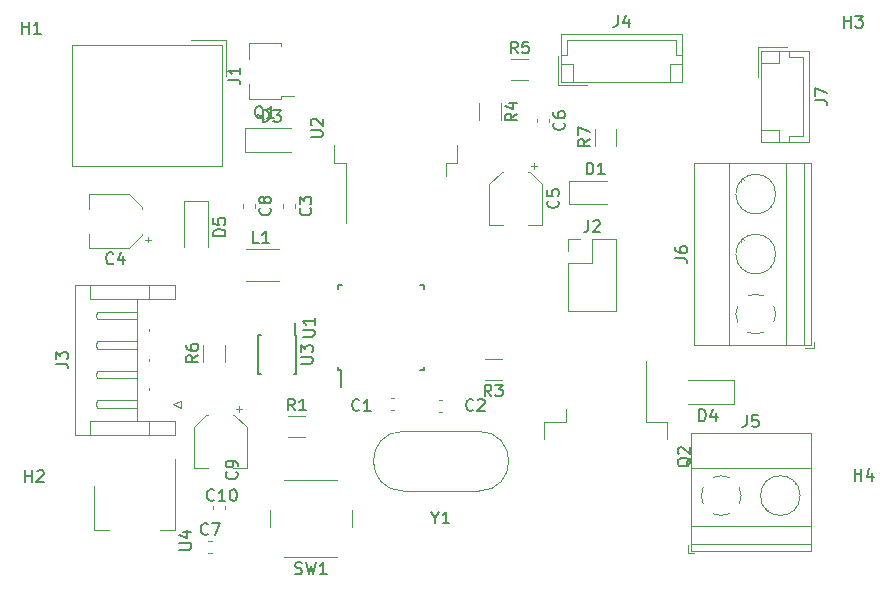
<source format=gbr>
%TF.GenerationSoftware,KiCad,Pcbnew,(5.1.8)-1*%
%TF.CreationDate,2021-08-28T19:56:38+01:00*%
%TF.ProjectId,OSC21,4f534332-312e-46b6-9963-61645f706362,rev?*%
%TF.SameCoordinates,Original*%
%TF.FileFunction,Legend,Top*%
%TF.FilePolarity,Positive*%
%FSLAX46Y46*%
G04 Gerber Fmt 4.6, Leading zero omitted, Abs format (unit mm)*
G04 Created by KiCad (PCBNEW (5.1.8)-1) date 2021-08-28 19:56:38*
%MOMM*%
%LPD*%
G01*
G04 APERTURE LIST*
%ADD10C,0.120000*%
%ADD11C,0.150000*%
G04 APERTURE END LIST*
D10*
%TO.C,D1*%
X154416000Y-91519500D02*
X151216000Y-91519500D01*
X151216000Y-93519500D02*
X154416000Y-93519500D01*
X151216000Y-93519500D02*
X151216000Y-91519500D01*
%TO.C,Y1*%
X137162000Y-117777500D02*
X143562000Y-117777500D01*
X137162000Y-112727500D02*
X143562000Y-112727500D01*
X143562000Y-117777500D02*
G75*
G03*
X143562000Y-112727500I0J2525000D01*
G01*
X137162000Y-117777500D02*
G75*
G02*
X137162000Y-112727500I0J2525000D01*
G01*
%TO.C,U4*%
X117837000Y-115089500D02*
X117837000Y-121099500D01*
X111017000Y-117339500D02*
X111017000Y-121099500D01*
X117837000Y-121099500D02*
X116577000Y-121099500D01*
X111017000Y-121099500D02*
X112277000Y-121099500D01*
D11*
%TO.C,U3*%
X127992000Y-104610500D02*
X127992000Y-103535500D01*
X124867000Y-104610500D02*
X124867000Y-107860500D01*
X128117000Y-104610500D02*
X128117000Y-107860500D01*
X124867000Y-104610500D02*
X125092000Y-104610500D01*
X124867000Y-107860500D02*
X125092000Y-107860500D01*
X128117000Y-107860500D02*
X127892000Y-107860500D01*
X128117000Y-104610500D02*
X127992000Y-104610500D01*
D10*
%TO.C,U2*%
X140775000Y-90008500D02*
X140775000Y-91108500D01*
X141725000Y-90008500D02*
X140775000Y-90008500D01*
X141725000Y-88508500D02*
X141725000Y-90008500D01*
X132275000Y-90008500D02*
X132275000Y-95133500D01*
X131325000Y-90008500D02*
X132275000Y-90008500D01*
X131325000Y-88508500D02*
X131325000Y-90008500D01*
D11*
%TO.C,U1*%
X131855000Y-107574500D02*
X131855000Y-108999500D01*
X131630000Y-100324500D02*
X131630000Y-100649500D01*
X138880000Y-100324500D02*
X138880000Y-100649500D01*
X138880000Y-107574500D02*
X138880000Y-107249500D01*
X131630000Y-107574500D02*
X131630000Y-107249500D01*
X138880000Y-107574500D02*
X138555000Y-107574500D01*
X138880000Y-100324500D02*
X138555000Y-100324500D01*
X131630000Y-100324500D02*
X131955000Y-100324500D01*
X131630000Y-107574500D02*
X131855000Y-107574500D01*
D10*
%TO.C,SW1*%
X125838000Y-119364500D02*
X125838000Y-120864500D01*
X127088000Y-123364500D02*
X131588000Y-123364500D01*
X132838000Y-120864500D02*
X132838000Y-119364500D01*
X131588000Y-116864500D02*
X127088000Y-116864500D01*
%TO.C,R7*%
X155215000Y-88547564D02*
X155215000Y-87093436D01*
X153395000Y-88547564D02*
X153395000Y-87093436D01*
%TO.C,R6*%
X122068000Y-106835564D02*
X122068000Y-105381436D01*
X120248000Y-106835564D02*
X120248000Y-105381436D01*
%TO.C,R5*%
X146277436Y-83015500D02*
X147731564Y-83015500D01*
X146277436Y-81195500D02*
X147731564Y-81195500D01*
%TO.C,R4*%
X143616000Y-84934436D02*
X143616000Y-86388564D01*
X145436000Y-84934436D02*
X145436000Y-86388564D01*
%TO.C,R3*%
X145507064Y-106595500D02*
X144052936Y-106595500D01*
X145507064Y-108415500D02*
X144052936Y-108415500D01*
%TO.C,R1*%
X127415936Y-113241500D02*
X128870064Y-113241500D01*
X127415936Y-111421500D02*
X128870064Y-111421500D01*
%TO.C,Q2*%
X150915000Y-111921500D02*
X150915000Y-110821500D01*
X149105000Y-111921500D02*
X150915000Y-111921500D01*
X149105000Y-113421500D02*
X149105000Y-111921500D01*
X157695000Y-111921500D02*
X157695000Y-106796500D01*
X159505000Y-111921500D02*
X157695000Y-111921500D01*
X159505000Y-113421500D02*
X159505000Y-111921500D01*
%TO.C,Q1*%
X126790000Y-79872500D02*
X126790000Y-80102500D01*
X126790000Y-84592500D02*
X126790000Y-84362500D01*
X126790000Y-84592500D02*
X124070000Y-84592500D01*
X124070000Y-84592500D02*
X124070000Y-83282500D01*
X127930000Y-84362500D02*
X126790000Y-84362500D01*
X124070000Y-79872500D02*
X126790000Y-79872500D01*
X124070000Y-81182500D02*
X124070000Y-79872500D01*
%TO.C,L1*%
X123819936Y-99975500D02*
X126624064Y-99975500D01*
X123819936Y-97255500D02*
X126624064Y-97255500D01*
%TO.C,J7*%
X167189000Y-80211500D02*
X167189000Y-82711500D01*
X169689000Y-80211500D02*
X167189000Y-80211500D01*
X168989000Y-87231500D02*
X167489000Y-87231500D01*
X168989000Y-88231500D02*
X168989000Y-87231500D01*
X168989000Y-81511500D02*
X167489000Y-81511500D01*
X168989000Y-80511500D02*
X168989000Y-81511500D01*
X169799000Y-87731500D02*
X169799000Y-88231500D01*
X171009000Y-87731500D02*
X169799000Y-87731500D01*
X171009000Y-81011500D02*
X171009000Y-87731500D01*
X169799000Y-81011500D02*
X171009000Y-81011500D01*
X169799000Y-80511500D02*
X169799000Y-81011500D01*
X171509000Y-88231500D02*
X171509000Y-80511500D01*
X167489000Y-88231500D02*
X171509000Y-88231500D01*
X167489000Y-80511500D02*
X167489000Y-88231500D01*
X171509000Y-80511500D02*
X167489000Y-80511500D01*
%TO.C,J6*%
X171905000Y-105646500D02*
X171905000Y-105146500D01*
X171165000Y-105646500D02*
X171905000Y-105646500D01*
X168028000Y-93873500D02*
X168074000Y-93920500D01*
X165730000Y-91576500D02*
X165766000Y-91611500D01*
X168244000Y-93680500D02*
X168279000Y-93715500D01*
X165936000Y-91371500D02*
X165982000Y-91418500D01*
X168028000Y-98953500D02*
X168074000Y-99000500D01*
X165730000Y-96656500D02*
X165766000Y-96691500D01*
X168244000Y-98760500D02*
X168279000Y-98795500D01*
X165936000Y-96451500D02*
X165982000Y-96498500D01*
X161744000Y-90046500D02*
X171665000Y-90046500D01*
X161744000Y-105406500D02*
X171665000Y-105406500D01*
X171665000Y-105406500D02*
X171665000Y-90046500D01*
X161744000Y-105406500D02*
X161744000Y-90046500D01*
X164704000Y-105406500D02*
X164704000Y-90046500D01*
X169605000Y-105406500D02*
X169605000Y-90046500D01*
X171105000Y-105406500D02*
X171105000Y-90046500D01*
X168685000Y-92646500D02*
G75*
G03*
X168685000Y-92646500I-1680000J0D01*
G01*
X168685000Y-97726500D02*
G75*
G03*
X168685000Y-97726500I-1680000J0D01*
G01*
X168685253Y-102777695D02*
G75*
G02*
X168540000Y-103490500I-1680253J-28805D01*
G01*
X167688042Y-104341926D02*
G75*
G02*
X166321000Y-104341500I-683042J1535426D01*
G01*
X165469574Y-103489542D02*
G75*
G02*
X165470000Y-102122500I1535426J683042D01*
G01*
X166321958Y-101271074D02*
G75*
G02*
X167689000Y-101271500I683042J-1535426D01*
G01*
X168539756Y-102123182D02*
G75*
G02*
X168685000Y-102806500I-1534756J-683318D01*
G01*
%TO.C,J5*%
X161284000Y-123073500D02*
X161784000Y-123073500D01*
X161284000Y-122333500D02*
X161284000Y-123073500D01*
X167857000Y-119196500D02*
X167810000Y-119242500D01*
X170154000Y-116898500D02*
X170119000Y-116934500D01*
X168050000Y-119412500D02*
X168015000Y-119447500D01*
X170359000Y-117104500D02*
X170312000Y-117150500D01*
X171644000Y-112912500D02*
X171644000Y-122833500D01*
X161524000Y-112912500D02*
X161524000Y-122833500D01*
X161524000Y-122833500D02*
X171644000Y-122833500D01*
X161524000Y-112912500D02*
X171644000Y-112912500D01*
X161524000Y-115872500D02*
X171644000Y-115872500D01*
X161524000Y-120773500D02*
X171644000Y-120773500D01*
X161524000Y-122273500D02*
X171644000Y-122273500D01*
X170764000Y-118173500D02*
G75*
G03*
X170764000Y-118173500I-1680000J0D01*
G01*
X164112805Y-119853753D02*
G75*
G02*
X163400000Y-119708500I-28805J1680253D01*
G01*
X162548574Y-118856542D02*
G75*
G02*
X162549000Y-117489500I1535426J683042D01*
G01*
X163400958Y-116638074D02*
G75*
G02*
X164768000Y-116638500I683042J-1535426D01*
G01*
X165619426Y-117490458D02*
G75*
G02*
X165619000Y-118857500I-1535426J-683042D01*
G01*
X164767318Y-119708256D02*
G75*
G02*
X164084000Y-119853500I-683318J1534756D01*
G01*
%TO.C,J4*%
X150252000Y-83445500D02*
X152752000Y-83445500D01*
X150252000Y-80945500D02*
X150252000Y-83445500D01*
X159772000Y-81645500D02*
X159772000Y-83145500D01*
X160772000Y-81645500D02*
X159772000Y-81645500D01*
X151552000Y-81645500D02*
X151552000Y-83145500D01*
X150552000Y-81645500D02*
X151552000Y-81645500D01*
X160272000Y-80835500D02*
X160772000Y-80835500D01*
X160272000Y-79625500D02*
X160272000Y-80835500D01*
X151052000Y-79625500D02*
X160272000Y-79625500D01*
X151052000Y-80835500D02*
X151052000Y-79625500D01*
X150552000Y-80835500D02*
X151052000Y-80835500D01*
X160772000Y-79125500D02*
X150552000Y-79125500D01*
X160772000Y-83145500D02*
X160772000Y-79125500D01*
X150552000Y-83145500D02*
X160772000Y-83145500D01*
X150552000Y-79125500D02*
X150552000Y-83145500D01*
%TO.C,J3*%
X118305000Y-110126500D02*
X117705000Y-110426500D01*
X118305000Y-110726500D02*
X118305000Y-110126500D01*
X117705000Y-110426500D02*
X118305000Y-110726500D01*
X114615000Y-102606500D02*
X114615000Y-102926500D01*
X111195000Y-102606500D02*
X114615000Y-102606500D01*
X111115000Y-102926500D02*
X111195000Y-102606500D01*
X111195000Y-103246500D02*
X111115000Y-102926500D01*
X114615000Y-103246500D02*
X111195000Y-103246500D01*
X114615000Y-102926500D02*
X114615000Y-103246500D01*
X115615000Y-104256500D02*
X115615000Y-104096500D01*
X114615000Y-105106500D02*
X114615000Y-105426500D01*
X111195000Y-105106500D02*
X114615000Y-105106500D01*
X111115000Y-105426500D02*
X111195000Y-105106500D01*
X111195000Y-105746500D02*
X111115000Y-105426500D01*
X114615000Y-105746500D02*
X111195000Y-105746500D01*
X114615000Y-105426500D02*
X114615000Y-105746500D01*
X115615000Y-106756500D02*
X115615000Y-106596500D01*
X114615000Y-107606500D02*
X114615000Y-107926500D01*
X111195000Y-107606500D02*
X114615000Y-107606500D01*
X111115000Y-107926500D02*
X111195000Y-107606500D01*
X111195000Y-108246500D02*
X111115000Y-107926500D01*
X114615000Y-108246500D02*
X111195000Y-108246500D01*
X114615000Y-107926500D02*
X114615000Y-108246500D01*
X115615000Y-109256500D02*
X115615000Y-109096500D01*
X114615000Y-110106500D02*
X114615000Y-110426500D01*
X111195000Y-110106500D02*
X114615000Y-110106500D01*
X111115000Y-110426500D02*
X111195000Y-110106500D01*
X111195000Y-110746500D02*
X111115000Y-110426500D01*
X114615000Y-110746500D02*
X111195000Y-110746500D01*
X114615000Y-110426500D02*
X114615000Y-110746500D01*
X114615000Y-111816500D02*
X114615000Y-101536500D01*
X115615000Y-101536500D02*
X115615000Y-100316500D01*
X110615000Y-101536500D02*
X115615000Y-101536500D01*
X110615000Y-100316500D02*
X110615000Y-101536500D01*
X115615000Y-111816500D02*
X115615000Y-113036500D01*
X110615000Y-111816500D02*
X115615000Y-111816500D01*
X110615000Y-113036500D02*
X110615000Y-111816500D01*
X117815000Y-101536500D02*
X115615000Y-101536500D01*
X117815000Y-100316500D02*
X117815000Y-101536500D01*
X109395000Y-100316500D02*
X117815000Y-100316500D01*
X109395000Y-113036500D02*
X109395000Y-100316500D01*
X117815000Y-113036500D02*
X109395000Y-113036500D01*
X117815000Y-111816500D02*
X117815000Y-113036500D01*
X115615000Y-111816500D02*
X117815000Y-111816500D01*
%TO.C,J2*%
X151086000Y-96412500D02*
X152146000Y-96412500D01*
X151086000Y-97472500D02*
X151086000Y-96412500D01*
X153146000Y-96412500D02*
X155206000Y-96412500D01*
X153146000Y-98472500D02*
X153146000Y-96412500D01*
X151086000Y-98472500D02*
X153146000Y-98472500D01*
X155206000Y-96412500D02*
X155206000Y-102532500D01*
X151086000Y-98472500D02*
X151086000Y-102532500D01*
X151086000Y-102532500D02*
X155206000Y-102532500D01*
%TO.C,J1*%
X121817000Y-79993500D02*
X109077000Y-79993500D01*
X109077000Y-79993500D02*
X109077000Y-90233500D01*
X121817000Y-90233500D02*
X109077000Y-90233500D01*
X121817000Y-79993500D02*
X121817000Y-90233500D01*
X121817000Y-79993500D02*
X109077000Y-79993500D01*
X109077000Y-79993500D02*
X109077000Y-90233500D01*
X121817000Y-90233500D02*
X109077000Y-90233500D01*
X121817000Y-79993500D02*
X121817000Y-90233500D01*
X122197000Y-79613500D02*
X122197000Y-82613500D01*
X119197000Y-79613500D02*
X122197000Y-79613500D01*
%TO.C,D5*%
X120634000Y-93190500D02*
X120634000Y-97090500D01*
X118634000Y-93190500D02*
X118634000Y-97090500D01*
X120634000Y-93190500D02*
X118634000Y-93190500D01*
%TO.C,D4*%
X165192000Y-110410500D02*
X161292000Y-110410500D01*
X165192000Y-108410500D02*
X161292000Y-108410500D01*
X165192000Y-110410500D02*
X165192000Y-108410500D01*
%TO.C,D3*%
X123734000Y-87074500D02*
X127634000Y-87074500D01*
X123734000Y-89074500D02*
X127634000Y-89074500D01*
X123734000Y-87074500D02*
X123734000Y-89074500D01*
%TO.C,C10*%
X123476000Y-110851500D02*
X122976000Y-110851500D01*
X123226000Y-110601500D02*
X123226000Y-111101500D01*
X120470437Y-111341500D02*
X119406000Y-112405937D01*
X122861563Y-111341500D02*
X123926000Y-112405937D01*
X122861563Y-111341500D02*
X122726000Y-111341500D01*
X120470437Y-111341500D02*
X120606000Y-111341500D01*
X119406000Y-112405937D02*
X119406000Y-115861500D01*
X123926000Y-112405937D02*
X123926000Y-115861500D01*
X123926000Y-115861500D02*
X122726000Y-115861500D01*
X119406000Y-115861500D02*
X120606000Y-115861500D01*
%TO.C,C9*%
X122049000Y-119330080D02*
X122049000Y-119048920D01*
X121029000Y-119330080D02*
X121029000Y-119048920D01*
%TO.C,C8*%
X123569000Y-93508920D02*
X123569000Y-93790080D01*
X124589000Y-93508920D02*
X124589000Y-93790080D01*
%TO.C,C7*%
X120649420Y-123001500D02*
X120930580Y-123001500D01*
X120649420Y-121981500D02*
X120930580Y-121981500D01*
%TO.C,C6*%
X148461000Y-86282920D02*
X148461000Y-86564080D01*
X149481000Y-86282920D02*
X149481000Y-86564080D01*
%TO.C,C5*%
X148495000Y-90277500D02*
X147995000Y-90277500D01*
X148245000Y-90027500D02*
X148245000Y-90527500D01*
X145489437Y-90767500D02*
X144425000Y-91831937D01*
X147880563Y-90767500D02*
X148945000Y-91831937D01*
X147880563Y-90767500D02*
X147745000Y-90767500D01*
X145489437Y-90767500D02*
X145625000Y-90767500D01*
X144425000Y-91831937D02*
X144425000Y-95287500D01*
X148945000Y-91831937D02*
X148945000Y-95287500D01*
X148945000Y-95287500D02*
X147745000Y-95287500D01*
X144425000Y-95287500D02*
X145625000Y-95287500D01*
%TO.C,C4*%
X115526000Y-96742500D02*
X115526000Y-96242500D01*
X115776000Y-96492500D02*
X115276000Y-96492500D01*
X115036000Y-93736937D02*
X113971563Y-92672500D01*
X115036000Y-96128063D02*
X113971563Y-97192500D01*
X115036000Y-96128063D02*
X115036000Y-95992500D01*
X115036000Y-93736937D02*
X115036000Y-93872500D01*
X113971563Y-92672500D02*
X110516000Y-92672500D01*
X113971563Y-97192500D02*
X110516000Y-97192500D01*
X110516000Y-97192500D02*
X110516000Y-95992500D01*
X110516000Y-92672500D02*
X110516000Y-93872500D01*
%TO.C,C3*%
X126998000Y-93521920D02*
X126998000Y-93803080D01*
X128018000Y-93521920D02*
X128018000Y-93803080D01*
%TO.C,C2*%
X140194420Y-111063500D02*
X140475580Y-111063500D01*
X140194420Y-110043500D02*
X140475580Y-110043500D01*
%TO.C,C1*%
X136411580Y-109916500D02*
X136130420Y-109916500D01*
X136411580Y-110936500D02*
X136130420Y-110936500D01*
%TO.C,H4*%
D11*
X175387095Y-116903880D02*
X175387095Y-115903880D01*
X175387095Y-116380071D02*
X175958523Y-116380071D01*
X175958523Y-116903880D02*
X175958523Y-115903880D01*
X176863285Y-116237214D02*
X176863285Y-116903880D01*
X176625190Y-115856261D02*
X176387095Y-116570547D01*
X177006142Y-116570547D01*
%TO.C,H3*%
X174498095Y-78549880D02*
X174498095Y-77549880D01*
X174498095Y-78026071D02*
X175069523Y-78026071D01*
X175069523Y-78549880D02*
X175069523Y-77549880D01*
X175450476Y-77549880D02*
X176069523Y-77549880D01*
X175736190Y-77930833D01*
X175879047Y-77930833D01*
X175974285Y-77978452D01*
X176021904Y-78026071D01*
X176069523Y-78121309D01*
X176069523Y-78359404D01*
X176021904Y-78454642D01*
X175974285Y-78502261D01*
X175879047Y-78549880D01*
X175593333Y-78549880D01*
X175498095Y-78502261D01*
X175450476Y-78454642D01*
%TO.C,H2*%
X105156095Y-117030880D02*
X105156095Y-116030880D01*
X105156095Y-116507071D02*
X105727523Y-116507071D01*
X105727523Y-117030880D02*
X105727523Y-116030880D01*
X106156095Y-116126119D02*
X106203714Y-116078500D01*
X106298952Y-116030880D01*
X106537047Y-116030880D01*
X106632285Y-116078500D01*
X106679904Y-116126119D01*
X106727523Y-116221357D01*
X106727523Y-116316595D01*
X106679904Y-116459452D01*
X106108476Y-117030880D01*
X106727523Y-117030880D01*
%TO.C,H1*%
X104902095Y-79057880D02*
X104902095Y-78057880D01*
X104902095Y-78534071D02*
X105473523Y-78534071D01*
X105473523Y-79057880D02*
X105473523Y-78057880D01*
X106473523Y-79057880D02*
X105902095Y-79057880D01*
X106187809Y-79057880D02*
X106187809Y-78057880D01*
X106092571Y-78200738D01*
X105997333Y-78295976D01*
X105902095Y-78343595D01*
%TO.C,D1*%
X152677904Y-90971880D02*
X152677904Y-89971880D01*
X152916000Y-89971880D01*
X153058857Y-90019500D01*
X153154095Y-90114738D01*
X153201714Y-90209976D01*
X153249333Y-90400452D01*
X153249333Y-90543309D01*
X153201714Y-90733785D01*
X153154095Y-90829023D01*
X153058857Y-90924261D01*
X152916000Y-90971880D01*
X152677904Y-90971880D01*
X154201714Y-90971880D02*
X153630285Y-90971880D01*
X153916000Y-90971880D02*
X153916000Y-89971880D01*
X153820761Y-90114738D01*
X153725523Y-90209976D01*
X153630285Y-90257595D01*
%TO.C,Y1*%
X139885809Y-120054690D02*
X139885809Y-120530880D01*
X139552476Y-119530880D02*
X139885809Y-120054690D01*
X140219142Y-119530880D01*
X141076285Y-120530880D02*
X140504857Y-120530880D01*
X140790571Y-120530880D02*
X140790571Y-119530880D01*
X140695333Y-119673738D01*
X140600095Y-119768976D01*
X140504857Y-119816595D01*
%TO.C,U4*%
X118197380Y-122745404D02*
X119006904Y-122745404D01*
X119102142Y-122697785D01*
X119149761Y-122650166D01*
X119197380Y-122554928D01*
X119197380Y-122364452D01*
X119149761Y-122269214D01*
X119102142Y-122221595D01*
X119006904Y-122173976D01*
X118197380Y-122173976D01*
X118530714Y-121269214D02*
X119197380Y-121269214D01*
X118149761Y-121507309D02*
X118864047Y-121745404D01*
X118864047Y-121126357D01*
%TO.C,U3*%
X128494380Y-106997404D02*
X129303904Y-106997404D01*
X129399142Y-106949785D01*
X129446761Y-106902166D01*
X129494380Y-106806928D01*
X129494380Y-106616452D01*
X129446761Y-106521214D01*
X129399142Y-106473595D01*
X129303904Y-106425976D01*
X128494380Y-106425976D01*
X128494380Y-106045023D02*
X128494380Y-105425976D01*
X128875333Y-105759309D01*
X128875333Y-105616452D01*
X128922952Y-105521214D01*
X128970571Y-105473595D01*
X129065809Y-105425976D01*
X129303904Y-105425976D01*
X129399142Y-105473595D01*
X129446761Y-105521214D01*
X129494380Y-105616452D01*
X129494380Y-105902166D01*
X129446761Y-105997404D01*
X129399142Y-106045023D01*
%TO.C,U2*%
X129327380Y-87820404D02*
X130136904Y-87820404D01*
X130232142Y-87772785D01*
X130279761Y-87725166D01*
X130327380Y-87629928D01*
X130327380Y-87439452D01*
X130279761Y-87344214D01*
X130232142Y-87296595D01*
X130136904Y-87248976D01*
X129327380Y-87248976D01*
X129422619Y-86820404D02*
X129375000Y-86772785D01*
X129327380Y-86677547D01*
X129327380Y-86439452D01*
X129375000Y-86344214D01*
X129422619Y-86296595D01*
X129517857Y-86248976D01*
X129613095Y-86248976D01*
X129755952Y-86296595D01*
X130327380Y-86868023D01*
X130327380Y-86248976D01*
%TO.C,U1*%
X128657380Y-104711404D02*
X129466904Y-104711404D01*
X129562142Y-104663785D01*
X129609761Y-104616166D01*
X129657380Y-104520928D01*
X129657380Y-104330452D01*
X129609761Y-104235214D01*
X129562142Y-104187595D01*
X129466904Y-104139976D01*
X128657380Y-104139976D01*
X129657380Y-103139976D02*
X129657380Y-103711404D01*
X129657380Y-103425690D02*
X128657380Y-103425690D01*
X128800238Y-103520928D01*
X128895476Y-103616166D01*
X128943095Y-103711404D01*
%TO.C,SW1*%
X128004666Y-124769261D02*
X128147523Y-124816880D01*
X128385619Y-124816880D01*
X128480857Y-124769261D01*
X128528476Y-124721642D01*
X128576095Y-124626404D01*
X128576095Y-124531166D01*
X128528476Y-124435928D01*
X128480857Y-124388309D01*
X128385619Y-124340690D01*
X128195142Y-124293071D01*
X128099904Y-124245452D01*
X128052285Y-124197833D01*
X128004666Y-124102595D01*
X128004666Y-124007357D01*
X128052285Y-123912119D01*
X128099904Y-123864500D01*
X128195142Y-123816880D01*
X128433238Y-123816880D01*
X128576095Y-123864500D01*
X128909428Y-123816880D02*
X129147523Y-124816880D01*
X129338000Y-124102595D01*
X129528476Y-124816880D01*
X129766571Y-123816880D01*
X130671333Y-124816880D02*
X130099904Y-124816880D01*
X130385619Y-124816880D02*
X130385619Y-123816880D01*
X130290380Y-123959738D01*
X130195142Y-124054976D01*
X130099904Y-124102595D01*
%TO.C,R7*%
X152937380Y-87987166D02*
X152461190Y-88320500D01*
X152937380Y-88558595D02*
X151937380Y-88558595D01*
X151937380Y-88177642D01*
X151985000Y-88082404D01*
X152032619Y-88034785D01*
X152127857Y-87987166D01*
X152270714Y-87987166D01*
X152365952Y-88034785D01*
X152413571Y-88082404D01*
X152461190Y-88177642D01*
X152461190Y-88558595D01*
X151937380Y-87653833D02*
X151937380Y-86987166D01*
X152937380Y-87415738D01*
%TO.C,R6*%
X119790380Y-106275166D02*
X119314190Y-106608500D01*
X119790380Y-106846595D02*
X118790380Y-106846595D01*
X118790380Y-106465642D01*
X118838000Y-106370404D01*
X118885619Y-106322785D01*
X118980857Y-106275166D01*
X119123714Y-106275166D01*
X119218952Y-106322785D01*
X119266571Y-106370404D01*
X119314190Y-106465642D01*
X119314190Y-106846595D01*
X118790380Y-105418023D02*
X118790380Y-105608500D01*
X118838000Y-105703738D01*
X118885619Y-105751357D01*
X119028476Y-105846595D01*
X119218952Y-105894214D01*
X119599904Y-105894214D01*
X119695142Y-105846595D01*
X119742761Y-105798976D01*
X119790380Y-105703738D01*
X119790380Y-105513261D01*
X119742761Y-105418023D01*
X119695142Y-105370404D01*
X119599904Y-105322785D01*
X119361809Y-105322785D01*
X119266571Y-105370404D01*
X119218952Y-105418023D01*
X119171333Y-105513261D01*
X119171333Y-105703738D01*
X119218952Y-105798976D01*
X119266571Y-105846595D01*
X119361809Y-105894214D01*
%TO.C,R5*%
X146837833Y-80737880D02*
X146504500Y-80261690D01*
X146266404Y-80737880D02*
X146266404Y-79737880D01*
X146647357Y-79737880D01*
X146742595Y-79785500D01*
X146790214Y-79833119D01*
X146837833Y-79928357D01*
X146837833Y-80071214D01*
X146790214Y-80166452D01*
X146742595Y-80214071D01*
X146647357Y-80261690D01*
X146266404Y-80261690D01*
X147742595Y-79737880D02*
X147266404Y-79737880D01*
X147218785Y-80214071D01*
X147266404Y-80166452D01*
X147361642Y-80118833D01*
X147599738Y-80118833D01*
X147694976Y-80166452D01*
X147742595Y-80214071D01*
X147790214Y-80309309D01*
X147790214Y-80547404D01*
X147742595Y-80642642D01*
X147694976Y-80690261D01*
X147599738Y-80737880D01*
X147361642Y-80737880D01*
X147266404Y-80690261D01*
X147218785Y-80642642D01*
%TO.C,R4*%
X146798380Y-85828166D02*
X146322190Y-86161500D01*
X146798380Y-86399595D02*
X145798380Y-86399595D01*
X145798380Y-86018642D01*
X145846000Y-85923404D01*
X145893619Y-85875785D01*
X145988857Y-85828166D01*
X146131714Y-85828166D01*
X146226952Y-85875785D01*
X146274571Y-85923404D01*
X146322190Y-86018642D01*
X146322190Y-86399595D01*
X146131714Y-84971023D02*
X146798380Y-84971023D01*
X145750761Y-85209119D02*
X146465047Y-85447214D01*
X146465047Y-84828166D01*
%TO.C,R3*%
X144613333Y-109777880D02*
X144280000Y-109301690D01*
X144041904Y-109777880D02*
X144041904Y-108777880D01*
X144422857Y-108777880D01*
X144518095Y-108825500D01*
X144565714Y-108873119D01*
X144613333Y-108968357D01*
X144613333Y-109111214D01*
X144565714Y-109206452D01*
X144518095Y-109254071D01*
X144422857Y-109301690D01*
X144041904Y-109301690D01*
X144946666Y-108777880D02*
X145565714Y-108777880D01*
X145232380Y-109158833D01*
X145375238Y-109158833D01*
X145470476Y-109206452D01*
X145518095Y-109254071D01*
X145565714Y-109349309D01*
X145565714Y-109587404D01*
X145518095Y-109682642D01*
X145470476Y-109730261D01*
X145375238Y-109777880D01*
X145089523Y-109777880D01*
X144994285Y-109730261D01*
X144946666Y-109682642D01*
%TO.C,R1*%
X127976333Y-110963880D02*
X127643000Y-110487690D01*
X127404904Y-110963880D02*
X127404904Y-109963880D01*
X127785857Y-109963880D01*
X127881095Y-110011500D01*
X127928714Y-110059119D01*
X127976333Y-110154357D01*
X127976333Y-110297214D01*
X127928714Y-110392452D01*
X127881095Y-110440071D01*
X127785857Y-110487690D01*
X127404904Y-110487690D01*
X128928714Y-110963880D02*
X128357285Y-110963880D01*
X128643000Y-110963880D02*
X128643000Y-109963880D01*
X128547761Y-110106738D01*
X128452523Y-110201976D01*
X128357285Y-110249595D01*
%TO.C,Q2*%
X161502619Y-114966738D02*
X161455000Y-115061976D01*
X161359761Y-115157214D01*
X161216904Y-115300071D01*
X161169285Y-115395309D01*
X161169285Y-115490547D01*
X161407380Y-115442928D02*
X161359761Y-115538166D01*
X161264523Y-115633404D01*
X161074047Y-115681023D01*
X160740714Y-115681023D01*
X160550238Y-115633404D01*
X160455000Y-115538166D01*
X160407380Y-115442928D01*
X160407380Y-115252452D01*
X160455000Y-115157214D01*
X160550238Y-115061976D01*
X160740714Y-115014357D01*
X161074047Y-115014357D01*
X161264523Y-115061976D01*
X161359761Y-115157214D01*
X161407380Y-115252452D01*
X161407380Y-115442928D01*
X160502619Y-114633404D02*
X160455000Y-114585785D01*
X160407380Y-114490547D01*
X160407380Y-114252452D01*
X160455000Y-114157214D01*
X160502619Y-114109595D01*
X160597857Y-114061976D01*
X160693095Y-114061976D01*
X160835952Y-114109595D01*
X161407380Y-114681023D01*
X161407380Y-114061976D01*
%TO.C,Q1*%
X125334761Y-86280119D02*
X125239523Y-86232500D01*
X125144285Y-86137261D01*
X125001428Y-85994404D01*
X124906190Y-85946785D01*
X124810952Y-85946785D01*
X124858571Y-86184880D02*
X124763333Y-86137261D01*
X124668095Y-86042023D01*
X124620476Y-85851547D01*
X124620476Y-85518214D01*
X124668095Y-85327738D01*
X124763333Y-85232500D01*
X124858571Y-85184880D01*
X125049047Y-85184880D01*
X125144285Y-85232500D01*
X125239523Y-85327738D01*
X125287142Y-85518214D01*
X125287142Y-85851547D01*
X125239523Y-86042023D01*
X125144285Y-86137261D01*
X125049047Y-86184880D01*
X124858571Y-86184880D01*
X126239523Y-86184880D02*
X125668095Y-86184880D01*
X125953809Y-86184880D02*
X125953809Y-85184880D01*
X125858571Y-85327738D01*
X125763333Y-85422976D01*
X125668095Y-85470595D01*
%TO.C,L1*%
X124928333Y-96781880D02*
X124452142Y-96781880D01*
X124452142Y-95781880D01*
X125785476Y-96781880D02*
X125214047Y-96781880D01*
X125499761Y-96781880D02*
X125499761Y-95781880D01*
X125404523Y-95924738D01*
X125309285Y-96019976D01*
X125214047Y-96067595D01*
%TO.C,J7*%
X172051380Y-84704833D02*
X172765666Y-84704833D01*
X172908523Y-84752452D01*
X173003761Y-84847690D01*
X173051380Y-84990547D01*
X173051380Y-85085785D01*
X172051380Y-84323880D02*
X172051380Y-83657214D01*
X173051380Y-84085785D01*
%TO.C,J6*%
X160197380Y-98059833D02*
X160911666Y-98059833D01*
X161054523Y-98107452D01*
X161149761Y-98202690D01*
X161197380Y-98345547D01*
X161197380Y-98440785D01*
X160197380Y-97155071D02*
X160197380Y-97345547D01*
X160245000Y-97440785D01*
X160292619Y-97488404D01*
X160435476Y-97583642D01*
X160625952Y-97631261D01*
X161006904Y-97631261D01*
X161102142Y-97583642D01*
X161149761Y-97536023D01*
X161197380Y-97440785D01*
X161197380Y-97250309D01*
X161149761Y-97155071D01*
X161102142Y-97107452D01*
X161006904Y-97059833D01*
X160768809Y-97059833D01*
X160673571Y-97107452D01*
X160625952Y-97155071D01*
X160578333Y-97250309D01*
X160578333Y-97440785D01*
X160625952Y-97536023D01*
X160673571Y-97583642D01*
X160768809Y-97631261D01*
%TO.C,J5*%
X166250666Y-111365880D02*
X166250666Y-112080166D01*
X166203047Y-112223023D01*
X166107809Y-112318261D01*
X165964952Y-112365880D01*
X165869714Y-112365880D01*
X167203047Y-111365880D02*
X166726857Y-111365880D01*
X166679238Y-111842071D01*
X166726857Y-111794452D01*
X166822095Y-111746833D01*
X167060190Y-111746833D01*
X167155428Y-111794452D01*
X167203047Y-111842071D01*
X167250666Y-111937309D01*
X167250666Y-112175404D01*
X167203047Y-112270642D01*
X167155428Y-112318261D01*
X167060190Y-112365880D01*
X166822095Y-112365880D01*
X166726857Y-112318261D01*
X166679238Y-112270642D01*
%TO.C,J4*%
X155328666Y-77487880D02*
X155328666Y-78202166D01*
X155281047Y-78345023D01*
X155185809Y-78440261D01*
X155042952Y-78487880D01*
X154947714Y-78487880D01*
X156233428Y-77821214D02*
X156233428Y-78487880D01*
X155995333Y-77440261D02*
X155757238Y-78154547D01*
X156376285Y-78154547D01*
%TO.C,J3*%
X107757380Y-107009833D02*
X108471666Y-107009833D01*
X108614523Y-107057452D01*
X108709761Y-107152690D01*
X108757380Y-107295547D01*
X108757380Y-107390785D01*
X107757380Y-106628880D02*
X107757380Y-106009833D01*
X108138333Y-106343166D01*
X108138333Y-106200309D01*
X108185952Y-106105071D01*
X108233571Y-106057452D01*
X108328809Y-106009833D01*
X108566904Y-106009833D01*
X108662142Y-106057452D01*
X108709761Y-106105071D01*
X108757380Y-106200309D01*
X108757380Y-106486023D01*
X108709761Y-106581261D01*
X108662142Y-106628880D01*
%TO.C,J2*%
X152812666Y-94864880D02*
X152812666Y-95579166D01*
X152765047Y-95722023D01*
X152669809Y-95817261D01*
X152526952Y-95864880D01*
X152431714Y-95864880D01*
X153241238Y-94960119D02*
X153288857Y-94912500D01*
X153384095Y-94864880D01*
X153622190Y-94864880D01*
X153717428Y-94912500D01*
X153765047Y-94960119D01*
X153812666Y-95055357D01*
X153812666Y-95150595D01*
X153765047Y-95293452D01*
X153193619Y-95864880D01*
X153812666Y-95864880D01*
%TO.C,J1*%
X122349380Y-82946833D02*
X123063666Y-82946833D01*
X123206523Y-82994452D01*
X123301761Y-83089690D01*
X123349380Y-83232547D01*
X123349380Y-83327785D01*
X123349380Y-81946833D02*
X123349380Y-82518261D01*
X123349380Y-82232547D02*
X122349380Y-82232547D01*
X122492238Y-82327785D01*
X122587476Y-82423023D01*
X122635095Y-82518261D01*
%TO.C,D5*%
X122086380Y-96178595D02*
X121086380Y-96178595D01*
X121086380Y-95940500D01*
X121134000Y-95797642D01*
X121229238Y-95702404D01*
X121324476Y-95654785D01*
X121514952Y-95607166D01*
X121657809Y-95607166D01*
X121848285Y-95654785D01*
X121943523Y-95702404D01*
X122038761Y-95797642D01*
X122086380Y-95940500D01*
X122086380Y-96178595D01*
X121086380Y-94702404D02*
X121086380Y-95178595D01*
X121562571Y-95226214D01*
X121514952Y-95178595D01*
X121467333Y-95083357D01*
X121467333Y-94845261D01*
X121514952Y-94750023D01*
X121562571Y-94702404D01*
X121657809Y-94654785D01*
X121895904Y-94654785D01*
X121991142Y-94702404D01*
X122038761Y-94750023D01*
X122086380Y-94845261D01*
X122086380Y-95083357D01*
X122038761Y-95178595D01*
X121991142Y-95226214D01*
%TO.C,D4*%
X162203904Y-111862880D02*
X162203904Y-110862880D01*
X162442000Y-110862880D01*
X162584857Y-110910500D01*
X162680095Y-111005738D01*
X162727714Y-111100976D01*
X162775333Y-111291452D01*
X162775333Y-111434309D01*
X162727714Y-111624785D01*
X162680095Y-111720023D01*
X162584857Y-111815261D01*
X162442000Y-111862880D01*
X162203904Y-111862880D01*
X163632476Y-111196214D02*
X163632476Y-111862880D01*
X163394380Y-110815261D02*
X163156285Y-111529547D01*
X163775333Y-111529547D01*
%TO.C,D3*%
X125245904Y-86526880D02*
X125245904Y-85526880D01*
X125484000Y-85526880D01*
X125626857Y-85574500D01*
X125722095Y-85669738D01*
X125769714Y-85764976D01*
X125817333Y-85955452D01*
X125817333Y-86098309D01*
X125769714Y-86288785D01*
X125722095Y-86384023D01*
X125626857Y-86479261D01*
X125484000Y-86526880D01*
X125245904Y-86526880D01*
X126150666Y-85526880D02*
X126769714Y-85526880D01*
X126436380Y-85907833D01*
X126579238Y-85907833D01*
X126674476Y-85955452D01*
X126722095Y-86003071D01*
X126769714Y-86098309D01*
X126769714Y-86336404D01*
X126722095Y-86431642D01*
X126674476Y-86479261D01*
X126579238Y-86526880D01*
X126293523Y-86526880D01*
X126198285Y-86479261D01*
X126150666Y-86431642D01*
%TO.C,C10*%
X121150142Y-118530642D02*
X121102523Y-118578261D01*
X120959666Y-118625880D01*
X120864428Y-118625880D01*
X120721571Y-118578261D01*
X120626333Y-118483023D01*
X120578714Y-118387785D01*
X120531095Y-118197309D01*
X120531095Y-118054452D01*
X120578714Y-117863976D01*
X120626333Y-117768738D01*
X120721571Y-117673500D01*
X120864428Y-117625880D01*
X120959666Y-117625880D01*
X121102523Y-117673500D01*
X121150142Y-117721119D01*
X122102523Y-118625880D02*
X121531095Y-118625880D01*
X121816809Y-118625880D02*
X121816809Y-117625880D01*
X121721571Y-117768738D01*
X121626333Y-117863976D01*
X121531095Y-117911595D01*
X122721571Y-117625880D02*
X122816809Y-117625880D01*
X122912047Y-117673500D01*
X122959666Y-117721119D01*
X123007285Y-117816357D01*
X123054904Y-118006833D01*
X123054904Y-118244928D01*
X123007285Y-118435404D01*
X122959666Y-118530642D01*
X122912047Y-118578261D01*
X122816809Y-118625880D01*
X122721571Y-118625880D01*
X122626333Y-118578261D01*
X122578714Y-118530642D01*
X122531095Y-118435404D01*
X122483476Y-118244928D01*
X122483476Y-118006833D01*
X122531095Y-117816357D01*
X122578714Y-117721119D01*
X122626333Y-117673500D01*
X122721571Y-117625880D01*
%TO.C,C9*%
X123039142Y-116168166D02*
X123086761Y-116215785D01*
X123134380Y-116358642D01*
X123134380Y-116453880D01*
X123086761Y-116596738D01*
X122991523Y-116691976D01*
X122896285Y-116739595D01*
X122705809Y-116787214D01*
X122562952Y-116787214D01*
X122372476Y-116739595D01*
X122277238Y-116691976D01*
X122182000Y-116596738D01*
X122134380Y-116453880D01*
X122134380Y-116358642D01*
X122182000Y-116215785D01*
X122229619Y-116168166D01*
X123134380Y-115691976D02*
X123134380Y-115501500D01*
X123086761Y-115406261D01*
X123039142Y-115358642D01*
X122896285Y-115263404D01*
X122705809Y-115215785D01*
X122324857Y-115215785D01*
X122229619Y-115263404D01*
X122182000Y-115311023D01*
X122134380Y-115406261D01*
X122134380Y-115596738D01*
X122182000Y-115691976D01*
X122229619Y-115739595D01*
X122324857Y-115787214D01*
X122562952Y-115787214D01*
X122658190Y-115739595D01*
X122705809Y-115691976D01*
X122753428Y-115596738D01*
X122753428Y-115406261D01*
X122705809Y-115311023D01*
X122658190Y-115263404D01*
X122562952Y-115215785D01*
%TO.C,C8*%
X125866142Y-93816166D02*
X125913761Y-93863785D01*
X125961380Y-94006642D01*
X125961380Y-94101880D01*
X125913761Y-94244738D01*
X125818523Y-94339976D01*
X125723285Y-94387595D01*
X125532809Y-94435214D01*
X125389952Y-94435214D01*
X125199476Y-94387595D01*
X125104238Y-94339976D01*
X125009000Y-94244738D01*
X124961380Y-94101880D01*
X124961380Y-94006642D01*
X125009000Y-93863785D01*
X125056619Y-93816166D01*
X125389952Y-93244738D02*
X125342333Y-93339976D01*
X125294714Y-93387595D01*
X125199476Y-93435214D01*
X125151857Y-93435214D01*
X125056619Y-93387595D01*
X125009000Y-93339976D01*
X124961380Y-93244738D01*
X124961380Y-93054261D01*
X125009000Y-92959023D01*
X125056619Y-92911404D01*
X125151857Y-92863785D01*
X125199476Y-92863785D01*
X125294714Y-92911404D01*
X125342333Y-92959023D01*
X125389952Y-93054261D01*
X125389952Y-93244738D01*
X125437571Y-93339976D01*
X125485190Y-93387595D01*
X125580428Y-93435214D01*
X125770904Y-93435214D01*
X125866142Y-93387595D01*
X125913761Y-93339976D01*
X125961380Y-93244738D01*
X125961380Y-93054261D01*
X125913761Y-92959023D01*
X125866142Y-92911404D01*
X125770904Y-92863785D01*
X125580428Y-92863785D01*
X125485190Y-92911404D01*
X125437571Y-92959023D01*
X125389952Y-93054261D01*
%TO.C,C7*%
X120623333Y-121418642D02*
X120575714Y-121466261D01*
X120432857Y-121513880D01*
X120337619Y-121513880D01*
X120194761Y-121466261D01*
X120099523Y-121371023D01*
X120051904Y-121275785D01*
X120004285Y-121085309D01*
X120004285Y-120942452D01*
X120051904Y-120751976D01*
X120099523Y-120656738D01*
X120194761Y-120561500D01*
X120337619Y-120513880D01*
X120432857Y-120513880D01*
X120575714Y-120561500D01*
X120623333Y-120609119D01*
X120956666Y-120513880D02*
X121623333Y-120513880D01*
X121194761Y-121513880D01*
%TO.C,C6*%
X150758142Y-86590166D02*
X150805761Y-86637785D01*
X150853380Y-86780642D01*
X150853380Y-86875880D01*
X150805761Y-87018738D01*
X150710523Y-87113976D01*
X150615285Y-87161595D01*
X150424809Y-87209214D01*
X150281952Y-87209214D01*
X150091476Y-87161595D01*
X149996238Y-87113976D01*
X149901000Y-87018738D01*
X149853380Y-86875880D01*
X149853380Y-86780642D01*
X149901000Y-86637785D01*
X149948619Y-86590166D01*
X149853380Y-85733023D02*
X149853380Y-85923500D01*
X149901000Y-86018738D01*
X149948619Y-86066357D01*
X150091476Y-86161595D01*
X150281952Y-86209214D01*
X150662904Y-86209214D01*
X150758142Y-86161595D01*
X150805761Y-86113976D01*
X150853380Y-86018738D01*
X150853380Y-85828261D01*
X150805761Y-85733023D01*
X150758142Y-85685404D01*
X150662904Y-85637785D01*
X150424809Y-85637785D01*
X150329571Y-85685404D01*
X150281952Y-85733023D01*
X150234333Y-85828261D01*
X150234333Y-86018738D01*
X150281952Y-86113976D01*
X150329571Y-86161595D01*
X150424809Y-86209214D01*
%TO.C,C5*%
X150242142Y-93194166D02*
X150289761Y-93241785D01*
X150337380Y-93384642D01*
X150337380Y-93479880D01*
X150289761Y-93622738D01*
X150194523Y-93717976D01*
X150099285Y-93765595D01*
X149908809Y-93813214D01*
X149765952Y-93813214D01*
X149575476Y-93765595D01*
X149480238Y-93717976D01*
X149385000Y-93622738D01*
X149337380Y-93479880D01*
X149337380Y-93384642D01*
X149385000Y-93241785D01*
X149432619Y-93194166D01*
X149337380Y-92289404D02*
X149337380Y-92765595D01*
X149813571Y-92813214D01*
X149765952Y-92765595D01*
X149718333Y-92670357D01*
X149718333Y-92432261D01*
X149765952Y-92337023D01*
X149813571Y-92289404D01*
X149908809Y-92241785D01*
X150146904Y-92241785D01*
X150242142Y-92289404D01*
X150289761Y-92337023D01*
X150337380Y-92432261D01*
X150337380Y-92670357D01*
X150289761Y-92765595D01*
X150242142Y-92813214D01*
%TO.C,C4*%
X112609333Y-98489642D02*
X112561714Y-98537261D01*
X112418857Y-98584880D01*
X112323619Y-98584880D01*
X112180761Y-98537261D01*
X112085523Y-98442023D01*
X112037904Y-98346785D01*
X111990285Y-98156309D01*
X111990285Y-98013452D01*
X112037904Y-97822976D01*
X112085523Y-97727738D01*
X112180761Y-97632500D01*
X112323619Y-97584880D01*
X112418857Y-97584880D01*
X112561714Y-97632500D01*
X112609333Y-97680119D01*
X113466476Y-97918214D02*
X113466476Y-98584880D01*
X113228380Y-97537261D02*
X112990285Y-98251547D01*
X113609333Y-98251547D01*
%TO.C,C3*%
X129295142Y-93829166D02*
X129342761Y-93876785D01*
X129390380Y-94019642D01*
X129390380Y-94114880D01*
X129342761Y-94257738D01*
X129247523Y-94352976D01*
X129152285Y-94400595D01*
X128961809Y-94448214D01*
X128818952Y-94448214D01*
X128628476Y-94400595D01*
X128533238Y-94352976D01*
X128438000Y-94257738D01*
X128390380Y-94114880D01*
X128390380Y-94019642D01*
X128438000Y-93876785D01*
X128485619Y-93829166D01*
X128390380Y-93495833D02*
X128390380Y-92876785D01*
X128771333Y-93210119D01*
X128771333Y-93067261D01*
X128818952Y-92972023D01*
X128866571Y-92924404D01*
X128961809Y-92876785D01*
X129199904Y-92876785D01*
X129295142Y-92924404D01*
X129342761Y-92972023D01*
X129390380Y-93067261D01*
X129390380Y-93352976D01*
X129342761Y-93448214D01*
X129295142Y-93495833D01*
%TO.C,C2*%
X143089333Y-110910642D02*
X143041714Y-110958261D01*
X142898857Y-111005880D01*
X142803619Y-111005880D01*
X142660761Y-110958261D01*
X142565523Y-110863023D01*
X142517904Y-110767785D01*
X142470285Y-110577309D01*
X142470285Y-110434452D01*
X142517904Y-110243976D01*
X142565523Y-110148738D01*
X142660761Y-110053500D01*
X142803619Y-110005880D01*
X142898857Y-110005880D01*
X143041714Y-110053500D01*
X143089333Y-110101119D01*
X143470285Y-110101119D02*
X143517904Y-110053500D01*
X143613142Y-110005880D01*
X143851238Y-110005880D01*
X143946476Y-110053500D01*
X143994095Y-110101119D01*
X144041714Y-110196357D01*
X144041714Y-110291595D01*
X143994095Y-110434452D01*
X143422666Y-111005880D01*
X144041714Y-111005880D01*
%TO.C,C1*%
X133437333Y-110910642D02*
X133389714Y-110958261D01*
X133246857Y-111005880D01*
X133151619Y-111005880D01*
X133008761Y-110958261D01*
X132913523Y-110863023D01*
X132865904Y-110767785D01*
X132818285Y-110577309D01*
X132818285Y-110434452D01*
X132865904Y-110243976D01*
X132913523Y-110148738D01*
X133008761Y-110053500D01*
X133151619Y-110005880D01*
X133246857Y-110005880D01*
X133389714Y-110053500D01*
X133437333Y-110101119D01*
X134389714Y-111005880D02*
X133818285Y-111005880D01*
X134104000Y-111005880D02*
X134104000Y-110005880D01*
X134008761Y-110148738D01*
X133913523Y-110243976D01*
X133818285Y-110291595D01*
%TD*%
M02*

</source>
